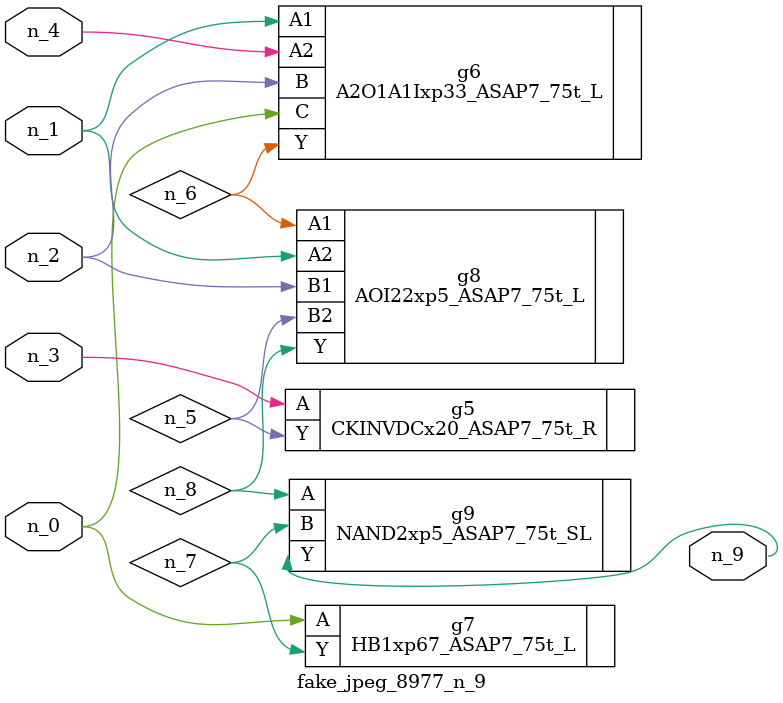
<source format=v>
module fake_jpeg_8977_n_9 (n_3, n_2, n_1, n_0, n_4, n_9);

input n_3;
input n_2;
input n_1;
input n_0;
input n_4;

output n_9;

wire n_8;
wire n_6;
wire n_5;
wire n_7;

CKINVDCx20_ASAP7_75t_R g5 ( 
.A(n_3),
.Y(n_5)
);

A2O1A1Ixp33_ASAP7_75t_L g6 ( 
.A1(n_1),
.A2(n_4),
.B(n_2),
.C(n_0),
.Y(n_6)
);

HB1xp67_ASAP7_75t_L g7 ( 
.A(n_0),
.Y(n_7)
);

AOI22xp5_ASAP7_75t_L g8 ( 
.A1(n_6),
.A2(n_1),
.B1(n_2),
.B2(n_5),
.Y(n_8)
);

NAND2xp5_ASAP7_75t_SL g9 ( 
.A(n_8),
.B(n_7),
.Y(n_9)
);


endmodule
</source>
